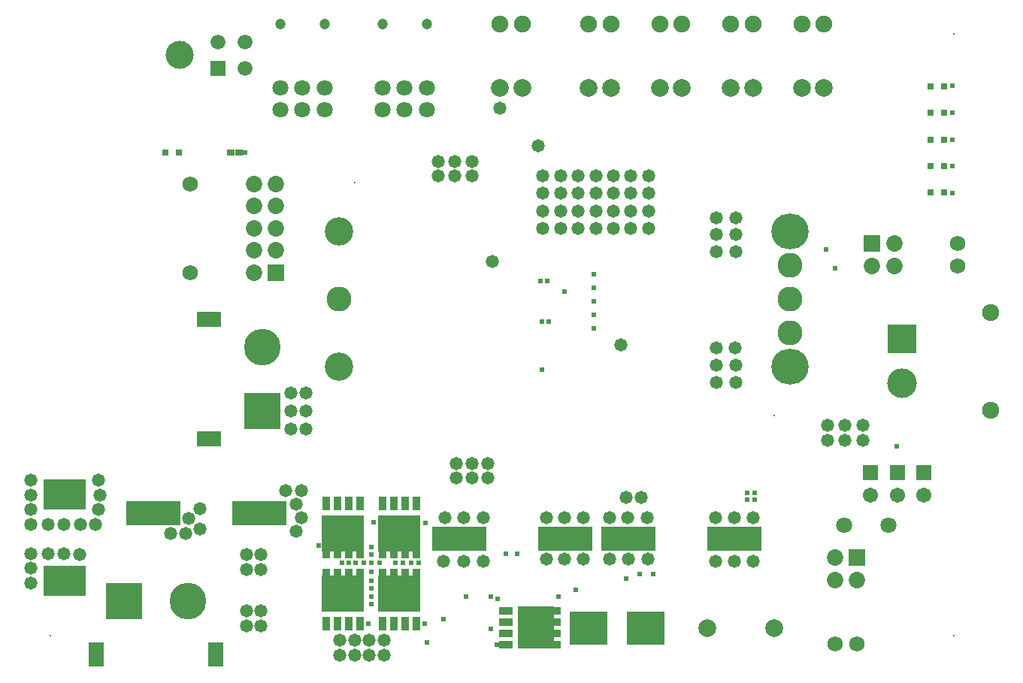
<source format=gts>
G04*
G04 #@! TF.GenerationSoftware,Altium Limited,Altium Designer,24.1.2 (44)*
G04*
G04 Layer_Color=8388736*
%FSLAX44Y44*%
%MOMM*%
G71*
G04*
G04 #@! TF.SameCoordinates,2E5B26B1-033E-4B1C-A529-2162076C627E*
G04*
G04*
G04 #@! TF.FilePolarity,Negative*
G04*
G01*
G75*
%ADD26R,4.2418X3.8100*%
%ADD27R,0.8000X0.8000*%
%ADD30R,4.8132X3.4532*%
%ADD31R,0.9132X1.5752*%
%ADD32R,6.2032X2.8032*%
%ADD33R,1.5752X0.9132*%
%ADD34R,0.9032X0.8032*%
%ADD35R,4.7232X4.0532*%
%ADD36R,4.0532X4.7232*%
%ADD37C,1.7524*%
%ADD38C,1.8524*%
%ADD39R,1.8524X1.8524*%
%ADD40C,0.2032*%
%ADD41R,1.7270X2.8270*%
%ADD42R,2.8270X1.7270*%
%ADD43C,2.0032*%
%ADD44C,1.9032*%
%ADD45C,1.7032*%
%ADD46R,1.7032X1.7032*%
%ADD47R,1.8524X1.8524*%
%ADD48R,4.1270X4.1270*%
%ADD49C,4.1270*%
%ADD50R,4.1270X4.1270*%
%ADD51C,1.9270*%
%ADD52C,3.3270*%
%ADD53R,3.3270X3.3270*%
%ADD54C,1.8032*%
%ADD55C,3.1524*%
%ADD56C,1.6724*%
%ADD57R,1.6724X1.6724*%
%ADD58C,1.2032*%
%ADD59O,4.2032X4.0032*%
%ADD60C,2.8032*%
%ADD61C,3.2032*%
%ADD62C,1.4732*%
%ADD63C,0.6032*%
D26*
X711327Y49530D02*
D03*
X647573D02*
D03*
D27*
X1047500Y660000D02*
D03*
X1032500D02*
D03*
X185700Y585000D02*
D03*
X170700D02*
D03*
X1032500Y540000D02*
D03*
X1047500D02*
D03*
X1032500Y570000D02*
D03*
X1047500D02*
D03*
X1032500Y600000D02*
D03*
X1047500D02*
D03*
X1032500Y630000D02*
D03*
X1047500D02*
D03*
D30*
X57150Y102330D02*
D03*
Y199930D02*
D03*
D31*
X415145Y108635D02*
D03*
X440545D02*
D03*
X453245D02*
D03*
Y54395D02*
D03*
X440545D02*
D03*
X427845D02*
D03*
X415145D02*
D03*
X427845Y108635D02*
D03*
X364195Y108843D02*
D03*
X351495Y54604D02*
D03*
X364195D02*
D03*
X376895D02*
D03*
X389595D02*
D03*
Y108843D02*
D03*
X376895D02*
D03*
X351495D02*
D03*
X389595Y135730D02*
D03*
X364195D02*
D03*
X351495D02*
D03*
Y189970D02*
D03*
X364195D02*
D03*
X376895D02*
D03*
X389595D02*
D03*
X376895Y135730D02*
D03*
X440545D02*
D03*
X453245Y189970D02*
D03*
X440545D02*
D03*
X427845D02*
D03*
X415145D02*
D03*
Y135730D02*
D03*
X427845D02*
D03*
X453245D02*
D03*
D32*
X276620Y179000D02*
D03*
X156620D02*
D03*
X691840Y149860D02*
D03*
X811840D02*
D03*
X621340D02*
D03*
X501340D02*
D03*
D33*
X608101Y56350D02*
D03*
X553861Y69050D02*
D03*
Y56350D02*
D03*
Y43650D02*
D03*
Y30950D02*
D03*
X608101D02*
D03*
Y43650D02*
D03*
Y69050D02*
D03*
D34*
X253047Y585000D02*
D03*
X244047D02*
D03*
D35*
X434208Y88443D02*
D03*
X370545Y88652D02*
D03*
X370544Y155921D02*
D03*
X434195Y155935D02*
D03*
D36*
X587910Y50000D02*
D03*
D37*
X924800Y31700D02*
D03*
X949800D02*
D03*
X1063300Y482700D02*
D03*
Y457700D02*
D03*
X198200Y450000D02*
D03*
Y550000D02*
D03*
D38*
X924800Y103500D02*
D03*
X949800D02*
D03*
X924800Y128500D02*
D03*
X966500Y457700D02*
D03*
X991500Y482700D02*
D03*
Y457700D02*
D03*
X295000Y475000D02*
D03*
Y500000D02*
D03*
Y525000D02*
D03*
Y550000D02*
D03*
X270000Y450000D02*
D03*
Y475000D02*
D03*
Y500000D02*
D03*
Y525000D02*
D03*
Y550000D02*
D03*
D39*
X949800Y128500D02*
D03*
D40*
X383999Y550999D02*
D03*
X1059000Y41000D02*
D03*
Y719000D02*
D03*
X41000Y41000D02*
D03*
X384000Y551000D02*
D03*
X856000Y289000D02*
D03*
D41*
X92500Y20000D02*
D03*
X227500D02*
D03*
D42*
X220000Y262500D02*
D03*
Y397500D02*
D03*
D43*
X547500Y658000D02*
D03*
X572500D02*
D03*
X855890Y49530D02*
D03*
X780890D02*
D03*
X832500Y658000D02*
D03*
X807500D02*
D03*
X887500D02*
D03*
X912500D02*
D03*
X672500D02*
D03*
X647500D02*
D03*
X752500D02*
D03*
X727500D02*
D03*
D44*
X547500Y729800D02*
D03*
X572500D02*
D03*
X832500D02*
D03*
X807500D02*
D03*
X887500D02*
D03*
X912500D02*
D03*
X672500D02*
D03*
X647500D02*
D03*
X752500D02*
D03*
X727500D02*
D03*
D45*
X1025000Y199600D02*
D03*
X995000D02*
D03*
X965000D02*
D03*
D46*
X1025000Y225000D02*
D03*
X995000D02*
D03*
X965000D02*
D03*
D47*
X966500Y482700D02*
D03*
X295000Y450000D02*
D03*
D48*
X124000Y80000D02*
D03*
D49*
X196000D02*
D03*
X280000Y366000D02*
D03*
D50*
Y294000D02*
D03*
D51*
X1100000Y405000D02*
D03*
Y295000D02*
D03*
D52*
X1000000Y325000D02*
D03*
D53*
Y375000D02*
D03*
D54*
X935000Y165000D02*
D03*
X985000D02*
D03*
X465000Y658200D02*
D03*
X440000D02*
D03*
X415000D02*
D03*
X465000Y633200D02*
D03*
X440000D02*
D03*
X415000D02*
D03*
X300000D02*
D03*
X325000D02*
D03*
X350000D02*
D03*
X300000Y658200D02*
D03*
X325000D02*
D03*
X350000D02*
D03*
D55*
X186800Y695000D02*
D03*
D56*
X260000Y710000D02*
D03*
Y680000D02*
D03*
X230000Y710000D02*
D03*
D57*
Y680000D02*
D03*
D58*
X415000Y730000D02*
D03*
X465000D02*
D03*
X350000D02*
D03*
X300000D02*
D03*
D59*
X874000Y343800D02*
D03*
Y496200D02*
D03*
D60*
Y381900D02*
D03*
Y420000D02*
D03*
Y458100D02*
D03*
X366000Y420000D02*
D03*
D61*
Y496200D02*
D03*
Y343800D02*
D03*
D62*
X96520Y199390D02*
D03*
X547370Y635000D02*
D03*
X590550Y593090D02*
D03*
X95250Y182880D02*
D03*
Y215900D02*
D03*
X73660Y132080D02*
D03*
X91440Y166370D02*
D03*
X55880Y133350D02*
D03*
X38100D02*
D03*
X19050D02*
D03*
X55880Y166370D02*
D03*
X38100D02*
D03*
X19050D02*
D03*
X74930D02*
D03*
X367030Y35560D02*
D03*
Y19050D02*
D03*
X383540Y35560D02*
D03*
Y19050D02*
D03*
X400050Y35560D02*
D03*
Y19050D02*
D03*
X416560Y35560D02*
D03*
Y19050D02*
D03*
X538480Y462280D02*
D03*
X515620Y558800D02*
D03*
X791210Y326390D02*
D03*
X812800D02*
D03*
X791210Y345440D02*
D03*
X812800D02*
D03*
X791210Y511810D02*
D03*
X812800D02*
D03*
X791210Y492760D02*
D03*
X812800D02*
D03*
X19050Y182880D02*
D03*
Y199390D02*
D03*
Y215900D02*
D03*
Y116840D02*
D03*
X515620Y218440D02*
D03*
X683514Y368300D02*
D03*
X615690Y539310D02*
D03*
X595690D02*
D03*
X615690Y558850D02*
D03*
X595690D02*
D03*
X675380Y539310D02*
D03*
X635380D02*
D03*
X655380D02*
D03*
X675380Y558850D02*
D03*
X655380D02*
D03*
X635380D02*
D03*
X694750D02*
D03*
X714750D02*
D03*
X694750Y539310D02*
D03*
X714750D02*
D03*
Y499940D02*
D03*
X694750D02*
D03*
X714750Y519480D02*
D03*
X694750D02*
D03*
X635380D02*
D03*
X655380D02*
D03*
X675380D02*
D03*
X655380Y499940D02*
D03*
X635380D02*
D03*
X675380D02*
D03*
X595690Y519480D02*
D03*
X615690D02*
D03*
X595690Y499940D02*
D03*
X615690D02*
D03*
X812326Y365213D02*
D03*
X791210Y365215D02*
D03*
X689610Y196850D02*
D03*
X706120D02*
D03*
X670590Y174000D02*
D03*
X691590D02*
D03*
X713590D02*
D03*
X713740Y127000D02*
D03*
X692150D02*
D03*
X670560D02*
D03*
X599440Y173990D02*
D03*
X619760D02*
D03*
X641350D02*
D03*
Y127000D02*
D03*
X619760D02*
D03*
X599440D02*
D03*
X790000Y125000D02*
D03*
X811000D02*
D03*
X833000D02*
D03*
Y174000D02*
D03*
X811000D02*
D03*
X790000D02*
D03*
X485140Y173990D02*
D03*
X506730D02*
D03*
X528320D02*
D03*
Y124460D02*
D03*
X506730D02*
D03*
X483870D02*
D03*
X916000Y278000D02*
D03*
X936000D02*
D03*
X956000D02*
D03*
X936000Y261000D02*
D03*
X916000D02*
D03*
X956000D02*
D03*
X477520Y575310D02*
D03*
X496570D02*
D03*
X515620D02*
D03*
X496570Y558800D02*
D03*
X477520D02*
D03*
X312123Y274000D02*
D03*
Y294000D02*
D03*
Y314000D02*
D03*
X329123Y294000D02*
D03*
Y274000D02*
D03*
Y314000D02*
D03*
X497840Y218440D02*
D03*
X533400D02*
D03*
X497840Y234950D02*
D03*
X533400D02*
D03*
X515620D02*
D03*
X19050Y100330D02*
D03*
X209550Y161290D02*
D03*
X193040Y156210D02*
D03*
X176530D02*
D03*
X196850Y172720D02*
D03*
X209550Y184150D02*
D03*
X323850Y204470D02*
D03*
Y173990D02*
D03*
X317500Y158750D02*
D03*
Y189230D02*
D03*
X306070Y204470D02*
D03*
X278130Y115570D02*
D03*
Y132080D02*
D03*
X261620Y115570D02*
D03*
Y132080D02*
D03*
X278130Y52070D02*
D03*
Y68580D02*
D03*
X261620Y52070D02*
D03*
Y68580D02*
D03*
X812800Y473710D02*
D03*
X791210D02*
D03*
D63*
X924560Y454660D02*
D03*
X613410Y85090D02*
D03*
X402590Y76200D02*
D03*
Y85090D02*
D03*
Y93980D02*
D03*
X652780Y387350D02*
D03*
Y402590D02*
D03*
Y417830D02*
D03*
Y448310D02*
D03*
Y433070D02*
D03*
X405130Y168910D02*
D03*
X342900Y142240D02*
D03*
X544830Y82550D02*
D03*
X462280Y54610D02*
D03*
X398780D02*
D03*
X537210Y48260D02*
D03*
X509270Y85090D02*
D03*
X537210D02*
D03*
X463550Y167640D02*
D03*
X483870Y59690D02*
D03*
X464820Y33020D02*
D03*
X632460Y92710D02*
D03*
X566420Y133350D02*
D03*
X553720D02*
D03*
X834390Y194310D02*
D03*
X825500D02*
D03*
X593090Y440690D02*
D03*
X600710D02*
D03*
X594360Y394970D02*
D03*
X601980D02*
D03*
X914400Y476130D02*
D03*
X594360Y340360D02*
D03*
X1056640Y660400D02*
D03*
Y629920D02*
D03*
X1056707Y600000D02*
D03*
X1056640Y570230D02*
D03*
Y539750D02*
D03*
X689610Y105410D02*
D03*
X455930Y123190D02*
D03*
X447040D02*
D03*
X438150D02*
D03*
X402590Y102870D02*
D03*
Y140970D02*
D03*
X393700Y123190D02*
D03*
X369570D02*
D03*
X619760Y428498D02*
D03*
X720190Y110390D02*
D03*
X704950D02*
D03*
X260350Y585470D02*
D03*
X994410Y254000D02*
D03*
X825500Y201930D02*
D03*
X834390D02*
D03*
X544000Y31000D02*
D03*
X384810Y123190D02*
D03*
X411480D02*
D03*
X402590Y113030D02*
D03*
Y132080D02*
D03*
X429260Y123190D02*
D03*
X377190D02*
D03*
X402590D02*
D03*
M02*

</source>
